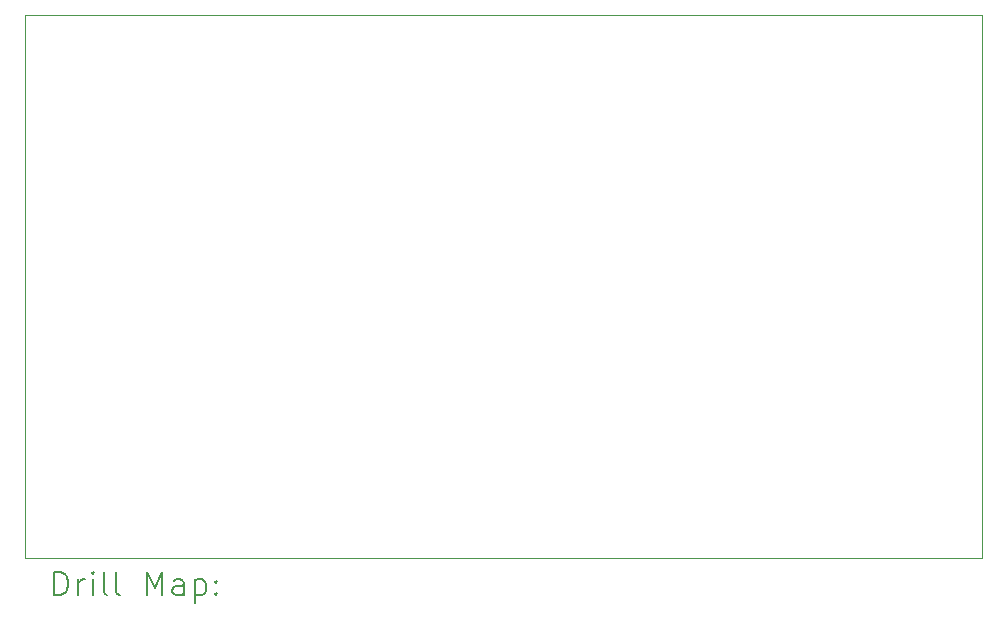
<source format=gbr>
%FSLAX45Y45*%
G04 Gerber Fmt 4.5, Leading zero omitted, Abs format (unit mm)*
G04 Created by KiCad (PCBNEW (6.0.5)) date 2024-08-24 22:29:05*
%MOMM*%
%LPD*%
G01*
G04 APERTURE LIST*
%TA.AperFunction,Profile*%
%ADD10C,0.100000*%
%TD*%
%ADD11C,0.200000*%
G04 APERTURE END LIST*
D10*
X16916400Y-11328400D02*
X8813800Y-11328400D01*
X16916400Y-11328400D02*
X16916400Y-6731000D01*
X16916400Y-6731000D02*
X8813800Y-6731000D01*
X8813800Y-11328400D02*
X8813800Y-6731000D01*
D11*
X9066419Y-11643876D02*
X9066419Y-11443876D01*
X9114038Y-11443876D01*
X9142610Y-11453400D01*
X9161657Y-11472448D01*
X9171181Y-11491495D01*
X9180705Y-11529590D01*
X9180705Y-11558162D01*
X9171181Y-11596257D01*
X9161657Y-11615305D01*
X9142610Y-11634352D01*
X9114038Y-11643876D01*
X9066419Y-11643876D01*
X9266419Y-11643876D02*
X9266419Y-11510543D01*
X9266419Y-11548638D02*
X9275943Y-11529590D01*
X9285467Y-11520067D01*
X9304514Y-11510543D01*
X9323562Y-11510543D01*
X9390229Y-11643876D02*
X9390229Y-11510543D01*
X9390229Y-11443876D02*
X9380705Y-11453400D01*
X9390229Y-11462924D01*
X9399752Y-11453400D01*
X9390229Y-11443876D01*
X9390229Y-11462924D01*
X9514038Y-11643876D02*
X9494990Y-11634352D01*
X9485467Y-11615305D01*
X9485467Y-11443876D01*
X9618800Y-11643876D02*
X9599752Y-11634352D01*
X9590229Y-11615305D01*
X9590229Y-11443876D01*
X9847371Y-11643876D02*
X9847371Y-11443876D01*
X9914038Y-11586733D01*
X9980705Y-11443876D01*
X9980705Y-11643876D01*
X10161657Y-11643876D02*
X10161657Y-11539114D01*
X10152133Y-11520067D01*
X10133086Y-11510543D01*
X10094990Y-11510543D01*
X10075943Y-11520067D01*
X10161657Y-11634352D02*
X10142610Y-11643876D01*
X10094990Y-11643876D01*
X10075943Y-11634352D01*
X10066419Y-11615305D01*
X10066419Y-11596257D01*
X10075943Y-11577209D01*
X10094990Y-11567686D01*
X10142610Y-11567686D01*
X10161657Y-11558162D01*
X10256895Y-11510543D02*
X10256895Y-11710543D01*
X10256895Y-11520067D02*
X10275943Y-11510543D01*
X10314038Y-11510543D01*
X10333086Y-11520067D01*
X10342610Y-11529590D01*
X10352133Y-11548638D01*
X10352133Y-11605781D01*
X10342610Y-11624828D01*
X10333086Y-11634352D01*
X10314038Y-11643876D01*
X10275943Y-11643876D01*
X10256895Y-11634352D01*
X10437848Y-11624828D02*
X10447371Y-11634352D01*
X10437848Y-11643876D01*
X10428324Y-11634352D01*
X10437848Y-11624828D01*
X10437848Y-11643876D01*
X10437848Y-11520067D02*
X10447371Y-11529590D01*
X10437848Y-11539114D01*
X10428324Y-11529590D01*
X10437848Y-11520067D01*
X10437848Y-11539114D01*
M02*

</source>
